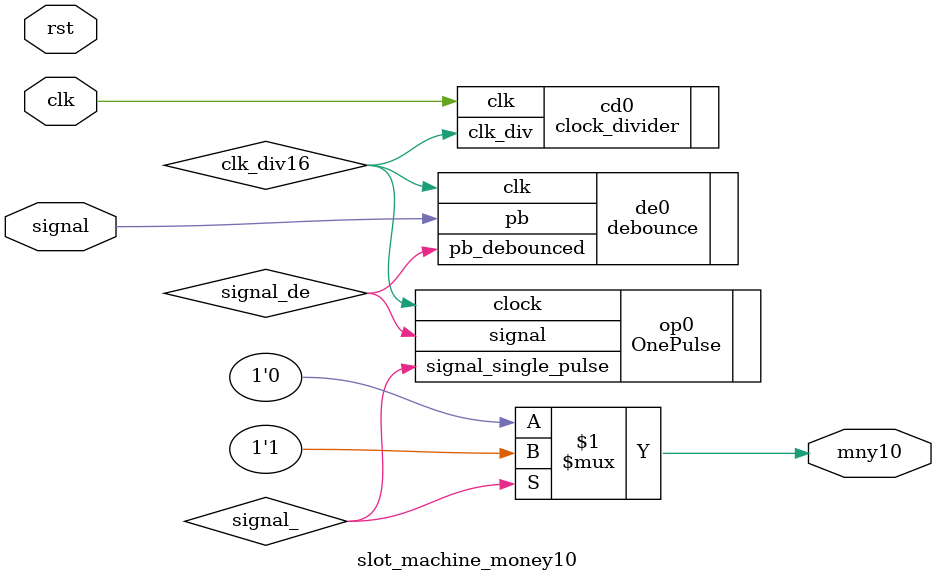
<source format=v>
module slot_machine_money10(
    input clk,
	input rst,
	input signal,
	output mny10
	);

	
	// reg [6:0] count ,next_count;
	// reg [15:0] num;
	wire signal_, clk_div16, signal_de;

	clock_divider #(16) cd0 (.clk(clk), .clk_div(clk_div16));

    debounce de0 (.pb_debounced(signal_de), .pb(signal), .clk(clk_div16));

    OnePulse op0 (
    .signal_single_pulse(signal_),
	.signal(signal_de),
    .clock(clk_div16)
	);
	// always @(posedge clk_div16 or posedge rst) begin
	// 	if (rst) begin
	// 		count <= 0;
	// 	end
	// 	else begin
	// 		count <= next_count;
	// 	end
	// end
	// always @(*) begin
	// 	if(signal_ == 1) begin
	// 		if(count < 99) 
	// 			next_count = count + 5;
	// 		else     
	// 			next_count = 0;
	// 	end
	// 	else begin
	// 		next_count = count;
	// 	end
	// end

	assign mny10 = (signal_) ? 1'b1 : 1'b0;

endmodule
</source>
